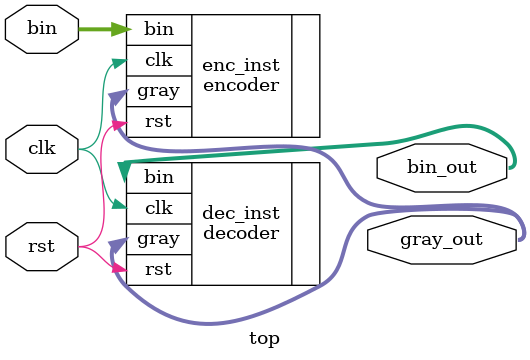
<source format=sv>
`timescale 1ns / 1ps

module top(
    input logic clk, rst,
    input logic [3:0] bin,
    output logic [3:0] gray_out,
    output logic [3:0] bin_out
    );
    
//      instancias
    encoder enc_inst (
        .clk(clk),
        .rst(rst),
        .bin(bin),
        .gray(gray_out)
    );
    
    decoder dec_inst (
        .clk(clk),
        .rst(rst),
        .gray(gray_out),
        .bin(bin_out)
    );
    
endmodule

</source>
